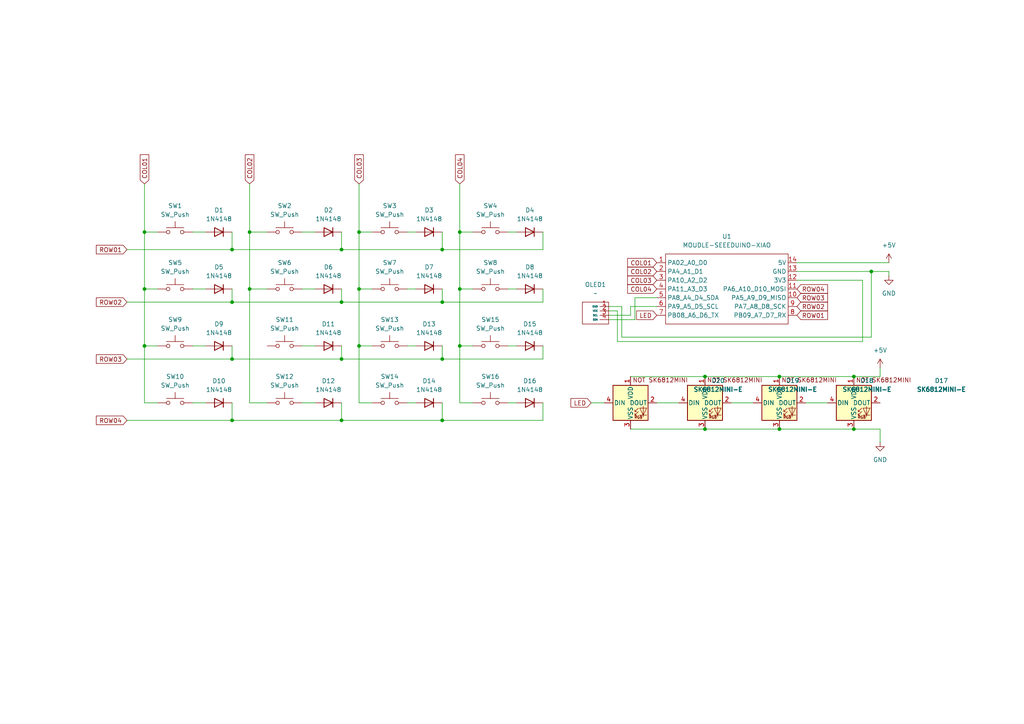
<source format=kicad_sch>
(kicad_sch (version 20250114) (generator "eeschema") (generator_version "9.0")
  (paper "A4")
  (lib_symbols
    (symbol "Diode:1N4148" (pin_numbers (hide yes)) (pin_names (hide yes))
      (property "Reference" "D" (at 0 2.54 0))
      (property "Value" "1N4148" (at 0 -2.54 0))
      (symbol "1N4148_0_1"
        (polyline (pts (xy -1.27 1.27) (xy -1.27 -1.27)) (stroke (width 0.254)))
        (polyline (pts (xy 1.27 1.27) (xy 1.27 -1.27) (xy -1.27 0) (xy 1.27 1.27)) (stroke (width 0.254)))
        (polyline (pts (xy 1.27 0) (xy -1.27 0)))
      )
      (symbol "1N4148_1_1"
        (pin passive line (at -3.81 0 0) (length 2.54) (name "K") (number "1"))
        (pin passive line (at 3.81 0 180) (length 2.54) (name "A") (number "2"))
      )
    )
    (symbol "New_Library:SSD1306-0.91-OLED-4pin-128x32"
      (property "Reference" "OLED" (at 0 0 0))
      (symbol "SSD1306-0.91-OLED-4pin-128x32_0_1"
        (rectangle (start -3.81 -2.54) (end 3.81 -8.89))
      )
      (symbol "SSD1306-0.91-OLED-4pin-128x32_1_1"
        (pin input line (at 3.81 -3.81 180) (length 2.54) (name "GND") (number "1"))
        (pin input line (at 3.81 -5.08 180) (length 2.54) (name "VCC") (number "2"))
        (pin input line (at 3.81 -6.35 180) (length 2.54) (name "SCL") (number "3"))
        (pin input line (at 3.81 -7.62 180) (length 2.54) (name "SDA") (number "4"))
      )
    )
    (symbol "SK6812MINI-E:SK6812MINI-E" (pin_names (offset 0.254))
      (property "Reference" "D" (at -3.556 5.842 0))
      (property "Value" "SK6812MINI-E" (at 1.27 -5.715 0))
      (symbol "SK6812MINI-E_0_0"
        (text "RGB" (at 2.286 -4.191 0) (effects (font (size 0.762 0.762))))
      )
      (symbol "SK6812MINI-E_0_1"
        (rectangle (start -5.08 5.08) (end 5.08 -5.08) (stroke (width 0.254)) (fill (type background)))
        (polyline (pts (xy 1.27 -2.54) (xy 1.778 -2.54)))
        (polyline (pts (xy 1.27 -3.556) (xy 1.778 -3.556)))
        (polyline (pts (xy 2.286 -1.524) (xy 1.27 -2.54) (xy 1.27 -2.032)))
        (polyline (pts (xy 2.286 -2.54) (xy 1.27 -3.556) (xy 1.27 -3.048)))
        (polyline (pts (xy 3.683 -1.016) (xy 3.683 -3.556) (xy 3.683 -4.064)))
        (polyline (pts (xy 4.699 -1.524) (xy 2.667 -1.524) (xy 3.683 -3.556) (xy 4.699 -1.524)))
        (polyline (pts (xy 4.699 -3.556) (xy 2.667 -3.556)))
      )
      (symbol "SK6812MINI-E_1_1"
        (text "NOT SK6812MINI" (at 8.636 6.604 0) (effects (font (size 1.27 1.27))))
        (pin input line (at -7.62 0 0) (length 2.54) (name "DIN") (number "4"))
        (pin power_in line (at 0 7.62 270) (length 2.54) (name "VDD") (number "1"))
        (pin power_in line (at 0 -7.62 90) (length 2.54) (name "VSS") (number "3"))
        (pin output line (at 7.62 0 180) (length 2.54) (name "DOUT") (number "2"))
      )
    )
    (symbol "Switch:SW_Push" (pin_numbers (hide yes)) (pin_names (offset 1.016) (hide yes))
      (property "Reference" "SW" (at 1.27 2.54 0))
      (property "Value" "SW_Push" (at 0 -1.524 0))
      (symbol "SW_Push_0_1"
        (circle (center -2.032 0) (radius 0.508))
        (polyline (pts (xy 0 1.27) (xy 0 3.048)))
        (circle (center 2.032 0) (radius 0.508))
        (polyline (pts (xy 2.54 1.27) (xy -2.54 1.27)))
        (pin passive line (at -5.08 0 0) (length 2.54) (name "1") (number "1"))
        (pin passive line (at 5.08 0 180) (length 2.54) (name "2") (number "2"))
      )
    )
    (symbol "XIAO_RP2040:MOUDLE-SEEEDUINO-XIAO"
      (property "Reference" "U" (at -16.51 11.43 0))
      (property "Value" "MOUDLE-SEEEDUINO-XIAO" (at -3.81 -11.43 0))
      (symbol "MOUDLE-SEEEDUINO-XIAO_0_1"
        (rectangle (start -16.51 10.16) (end 19.05 -10.16))
      )
      (symbol "MOUDLE-SEEEDUINO-XIAO_1_1"
        (pin passive line (at -19.05 7.62 0) (length 2.54) (name "PA02_A0_D0") (number "1"))
        (pin passive line (at -19.05 5.08 0) (length 2.54) (name "PA4_A1_D1") (number "2"))
        (pin passive line (at -19.05 2.54 0) (length 2.54) (name "PA10_A2_D2") (number "3"))
        (pin passive line (at -19.05 0 0) (length 2.54) (name "PA11_A3_D3") (number "4"))
        (pin passive line (at -19.05 -2.54 0) (length 2.54) (name "PA8_A4_D4_SDA") (number "5"))
        (pin passive line (at -19.05 -5.08 0) (length 2.54) (name "PA9_A5_D5_SCL") (number "6"))
        (pin passive line (at -19.05 -7.62 0) (length 2.54) (name "PB08_A6_D6_TX") (number "7"))
        (pin passive line (at 21.59 7.62 180) (length 2.54) (name "5V") (number "14"))
        (pin passive line (at 21.59 5.08 180) (length 2.54) (name "GND") (number "13"))
        (pin passive line (at 21.59 2.54 180) (length 2.54) (name "3V3") (number "12"))
        (pin passive line (at 21.59 0 180) (length 2.54) (name "PA6_A10_D10_MOSI") (number "11"))
        (pin passive line (at 21.59 -2.54 180) (length 2.54) (name "PA5_A9_D9_MISO") (number "10"))
        (pin passive line (at 21.59 -5.08 180) (length 2.54) (name "PA7_A8_D8_SCK") (number "9"))
        (pin passive line (at 21.59 -7.62 180) (length 2.54) (name "PB09_A7_D7_RX") (number "8"))
      )
    )
    (symbol "power:+5V" (power) (pin_numbers (hide yes)) (pin_names (offset 0) (hide yes))
      (property "Value" "+5V" (at 0 3.556 0))
      (symbol "+5V_0_1"
        (polyline (pts (xy -0.762 1.27) (xy 0 2.54)))
        (polyline (pts (xy 0 2.54) (xy 0.762 1.27)))
        (polyline (pts (xy 0 0) (xy 0 2.54)))
      )
      (symbol "+5V_1_1"
        (pin power_in line (at 0 0 90) (length 0) (name "~") (number "1"))
      )
    )
    (symbol "power:GND" (power) (pin_numbers (hide yes)) (pin_names (offset 0) (hide yes))
      (property "Value" "GND" (at 0 -3.81 0))
      (symbol "GND_0_1"
        (polyline (pts (xy 0 0) (xy 0 -1.27) (xy 1.27 -1.27) (xy 0 -2.54) (xy -1.27 -1.27) (xy 0 -1.27)))
      )
      (symbol "GND_1_1"
        (pin power_in line (at 0 0 270) (length 0) (name "~") (number "1"))
      )
    )
  )
  (junction (at 72.39 67.31))
  (junction (at 204.47 109.22))
  (junction (at 133.35 83.82))
  (junction (at 99.06 72.39))
  (junction (at 67.31 104.14))
  (junction (at 41.91 83.82))
  (junction (at 247.65 124.46))
  (junction (at 128.27 72.39))
  (junction (at 67.31 121.92))
  (junction (at 204.47 124.46))
  (junction (at 99.06 87.63))
  (junction (at 226.06 124.46))
  (junction (at 128.27 121.92))
  (junction (at 128.27 104.14))
  (junction (at 99.06 104.14))
  (junction (at 226.06 109.22))
  (junction (at 99.06 121.92))
  (junction (at 104.14 67.31))
  (junction (at 133.35 100.33))
  (junction (at 104.14 83.82))
  (junction (at 252.73 78.74))
  (junction (at 247.65 109.22))
  (junction (at 104.14 100.33))
  (junction (at 128.27 87.63))
  (junction (at 67.31 72.39))
  (junction (at 133.35 67.31))
  (junction (at 67.31 87.63))
  (junction (at 41.91 100.33))
  (junction (at 41.91 67.31))
  (junction (at 72.39 83.82))
  (wire (pts (xy 133.35 67.31) (xy 137.16 67.31)))
  (wire (pts (xy 87.63 83.82) (xy 91.44 83.82)))
  (wire (pts (xy 41.91 67.31) (xy 45.72 67.31)))
  (wire (pts (xy 184.15 86.36) (xy 190.5 86.36)))
  (wire (pts (xy 190.5 116.84) (xy 196.85 116.84)))
  (wire (pts (xy 252.73 78.74) (xy 257.81 78.74)))
  (wire (pts (xy 147.32 100.33) (xy 149.86 100.33)))
  (wire (pts (xy 118.11 67.31) (xy 120.65 67.31)))
  (wire (pts (xy 87.63 116.84) (xy 91.44 116.84)))
  (wire (pts (xy 128.27 67.31) (xy 128.27 72.39)))
  (wire (pts (xy 204.47 109.22) (xy 226.06 109.22)))
  (wire (pts (xy 231.14 76.2) (xy 257.81 76.2)))
  (wire (pts (xy 41.91 67.31) (xy 41.91 83.82)))
  (wire (pts (xy 147.32 67.31) (xy 149.86 67.31)))
  (wire (pts (xy 99.06 72.39) (xy 128.27 72.39)))
  (wire (pts (xy 247.65 109.22) (xy 255.27 109.22)))
  (wire (pts (xy 41.91 53.34) (xy 41.91 67.31)))
  (wire (pts (xy 250.19 99.06) (xy 179.07 99.06)))
  (wire (pts (xy 104.14 67.31) (xy 104.14 83.82)))
  (wire (pts (xy 118.11 83.82) (xy 120.65 83.82)))
  (wire (pts (xy 67.31 116.84) (xy 67.31 121.92)))
  (wire (pts (xy 182.88 124.46) (xy 204.47 124.46)))
  (wire (pts (xy 176.53 88.9) (xy 180.34 88.9)))
  (wire (pts (xy 233.68 116.84) (xy 240.03 116.84)))
  (wire (pts (xy 231.14 81.28) (xy 250.19 81.28)))
  (wire (pts (xy 118.11 116.84) (xy 120.65 116.84)))
  (wire (pts (xy 182.88 109.22) (xy 204.47 109.22)))
  (wire (pts (xy 171.45 116.84) (xy 175.26 116.84)))
  (wire (pts (xy 104.14 100.33) (xy 104.14 116.84)))
  (wire (pts (xy 128.27 121.92) (xy 157.48 121.92)))
  (wire (pts (xy 157.48 104.14) (xy 157.48 100.33)))
  (wire (pts (xy 157.48 87.63) (xy 157.48 83.82)))
  (wire (pts (xy 99.06 121.92) (xy 128.27 121.92)))
  (wire (pts (xy 104.14 116.84) (xy 107.95 116.84)))
  (wire (pts (xy 67.31 83.82) (xy 67.31 87.63)))
  (wire (pts (xy 176.53 92.71) (xy 184.15 92.71)))
  (wire (pts (xy 41.91 83.82) (xy 41.91 100.33)))
  (wire (pts (xy 180.34 88.9) (xy 180.34 97.79)))
  (wire (pts (xy 55.88 67.31) (xy 59.69 67.31)))
  (wire (pts (xy 182.88 91.44) (xy 182.88 88.9)))
  (wire (pts (xy 87.63 67.31) (xy 91.44 67.31)))
  (wire (pts (xy 226.06 124.46) (xy 247.65 124.46)))
  (wire (pts (xy 157.48 72.39) (xy 157.48 67.31)))
  (wire (pts (xy 55.88 83.82) (xy 59.69 83.82)))
  (wire (pts (xy 247.65 124.46) (xy 255.27 124.46)))
  (wire (pts (xy 67.31 104.14) (xy 99.06 104.14)))
  (wire (pts (xy 41.91 116.84) (xy 45.72 116.84)))
  (wire (pts (xy 104.14 83.82) (xy 104.14 100.33)))
  (wire (pts (xy 128.27 83.82) (xy 128.27 87.63)))
  (wire (pts (xy 133.35 67.31) (xy 133.35 83.82)))
  (wire (pts (xy 128.27 116.84) (xy 128.27 121.92)))
  (wire (pts (xy 147.32 116.84) (xy 149.86 116.84)))
  (wire (pts (xy 99.06 83.82) (xy 99.06 87.63)))
  (wire (pts (xy 36.83 104.14) (xy 67.31 104.14)))
  (wire (pts (xy 67.31 100.33) (xy 67.31 104.14)))
  (wire (pts (xy 87.63 100.33) (xy 91.44 100.33)))
  (wire (pts (xy 204.47 124.46) (xy 226.06 124.46)))
  (wire (pts (xy 176.53 91.44) (xy 182.88 91.44)))
  (wire (pts (xy 99.06 116.84) (xy 99.06 121.92)))
  (wire (pts (xy 128.27 100.33) (xy 128.27 104.14)))
  (wire (pts (xy 179.07 99.06) (xy 179.07 90.17)))
  (wire (pts (xy 118.11 100.33) (xy 120.65 100.33)))
  (wire (pts (xy 184.15 92.71) (xy 184.15 86.36)))
  (wire (pts (xy 99.06 87.63) (xy 128.27 87.63)))
  (wire (pts (xy 147.32 83.82) (xy 149.86 83.82)))
  (wire (pts (xy 255.27 106.68) (xy 255.27 109.22)))
  (wire (pts (xy 67.31 121.92) (xy 99.06 121.92)))
  (wire (pts (xy 255.27 124.46) (xy 255.27 128.27)))
  (wire (pts (xy 182.88 88.9) (xy 190.5 88.9)))
  (wire (pts (xy 133.35 100.33) (xy 133.35 116.84)))
  (wire (pts (xy 67.31 67.31) (xy 67.31 72.39)))
  (wire (pts (xy 133.35 100.33) (xy 137.16 100.33)))
  (wire (pts (xy 72.39 83.82) (xy 72.39 116.84)))
  (wire (pts (xy 212.09 116.84) (xy 218.44 116.84)))
  (wire (pts (xy 55.88 116.84) (xy 59.69 116.84)))
  (wire (pts (xy 133.35 116.84) (xy 137.16 116.84)))
  (wire (pts (xy 157.48 121.92) (xy 157.48 116.84)))
  (wire (pts (xy 180.34 97.79) (xy 252.73 97.79)))
  (wire (pts (xy 179.07 90.17) (xy 176.53 90.17)))
  (wire (pts (xy 36.83 72.39) (xy 67.31 72.39)))
  (wire (pts (xy 72.39 67.31) (xy 77.47 67.31)))
  (wire (pts (xy 257.81 78.74) (xy 257.81 80.01)))
  (wire (pts (xy 72.39 116.84) (xy 77.47 116.84)))
  (wire (pts (xy 250.19 81.28) (xy 250.19 99.06)))
  (wire (pts (xy 72.39 83.82) (xy 77.47 83.82)))
  (wire (pts (xy 104.14 100.33) (xy 107.95 100.33)))
  (wire (pts (xy 133.35 83.82) (xy 137.16 83.82)))
  (wire (pts (xy 104.14 53.34) (xy 104.14 67.31)))
  (wire (pts (xy 67.31 72.39) (xy 99.06 72.39)))
  (wire (pts (xy 99.06 67.31) (xy 99.06 72.39)))
  (wire (pts (xy 72.39 67.31) (xy 72.39 83.82)))
  (wire (pts (xy 252.73 78.74) (xy 252.73 97.79)))
  (wire (pts (xy 231.14 78.74) (xy 252.73 78.74)))
  (wire (pts (xy 226.06 109.22) (xy 247.65 109.22)))
  (wire (pts (xy 67.31 87.63) (xy 99.06 87.63)))
  (wire (pts (xy 36.83 87.63) (xy 67.31 87.63)))
  (wire (pts (xy 128.27 72.39) (xy 157.48 72.39)))
  (wire (pts (xy 104.14 83.82) (xy 107.95 83.82)))
  (wire (pts (xy 55.88 100.33) (xy 59.69 100.33)))
  (wire (pts (xy 133.35 53.34) (xy 133.35 67.31)))
  (wire (pts (xy 128.27 104.14) (xy 157.48 104.14)))
  (wire (pts (xy 41.91 100.33) (xy 41.91 116.84)))
  (wire (pts (xy 99.06 100.33) (xy 99.06 104.14)))
  (wire (pts (xy 128.27 87.63) (xy 157.48 87.63)))
  (wire (pts (xy 41.91 100.33) (xy 45.72 100.33)))
  (wire (pts (xy 99.06 104.14) (xy 128.27 104.14)))
  (wire (pts (xy 36.83 121.92) (xy 67.31 121.92)))
  (wire (pts (xy 104.14 67.31) (xy 107.95 67.31)))
  (wire (pts (xy 41.91 83.82) (xy 45.72 83.82)))
  (wire (pts (xy 72.39 53.34) (xy 72.39 67.31)))
  (wire (pts (xy 133.35 83.82) (xy 133.35 100.33)))
  (global_label "COL03" (shape input) (at 190.5 81.28 180) (property "Intersheetrefs" "${INTERSHEET_REFS}" (effects (hide yes))))
  (global_label "COL03" (shape input) (at 104.14 53.34 90) (property "Intersheetrefs" "${INTERSHEET_REFS}" (effects (hide yes))))
  (global_label "ROW04" (shape input) (at 231.14 83.82 0) (property "Intersheetrefs" "${INTERSHEET_REFS}" (effects (hide yes))))
  (global_label "ROW02" (shape input) (at 231.14 88.9 0) (property "Intersheetrefs" "${INTERSHEET_REFS}" (effects (hide yes))))
  (global_label "COL02" (shape input) (at 190.5 78.74 180) (property "Intersheetrefs" "${INTERSHEET_REFS}" (effects (hide yes))))
  (global_label "ROW01" (shape input) (at 231.14 91.44 0) (property "Intersheetrefs" "${INTERSHEET_REFS}" (effects (hide yes))))
  (global_label "COL01" (shape input) (at 41.91 53.34 90) (property "Intersheetrefs" "${INTERSHEET_REFS}" (effects (hide yes))))
  (global_label "ROW03" (shape input) (at 231.14 86.36 0) (property "Intersheetrefs" "${INTERSHEET_REFS}" (effects (hide yes))))
  (global_label "COL02" (shape input) (at 72.39 53.34 90) (property "Intersheetrefs" "${INTERSHEET_REFS}" (effects (hide yes))))
  (global_label "COL04" (shape input) (at 190.5 83.82 180) (property "Intersheetrefs" "${INTERSHEET_REFS}" (effects (hide yes))))
  (global_label "COL01" (shape input) (at 190.5 76.2 180) (property "Intersheetrefs" "${INTERSHEET_REFS}" (effects (hide yes))))
  (global_label "LED" (shape input) (at 190.5 91.44 180) (property "Intersheetrefs" "${INTERSHEET_REFS}" (effects (hide yes))))
  (global_label "ROW04" (shape input) (at 36.83 121.92 180) (property "Intersheetrefs" "${INTERSHEET_REFS}" (effects (hide yes))))
  (global_label "ROW01" (shape input) (at 36.83 72.39 180) (property "Intersheetrefs" "${INTERSHEET_REFS}" (effects (hide yes))))
  (global_label "ROW02" (shape input) (at 36.83 87.63 180) (property "Intersheetrefs" "${INTERSHEET_REFS}" (effects (hide yes))))
  (global_label "LED" (shape input) (at 171.45 116.84 180) (property "Intersheetrefs" "${INTERSHEET_REFS}" (effects (hide yes))))
  (global_label "ROW03" (shape input) (at 36.83 104.14 180) (property "Intersheetrefs" "${INTERSHEET_REFS}" (effects (hide yes))))
  (global_label "COL04" (shape input) (at 133.35 53.34 90) (property "Intersheetrefs" "${INTERSHEET_REFS}" (effects (hide yes))))
  (symbol (lib_id "power:GND") (at 257.81 80.01 0) (unit 1)
    (property "Reference" "#PWR01" (effects (hide yes)))
    (property "Value" "GND" (at 257.81 85.09 0))
    (property "Description" "Power symbol creates a global label with name \"GND\" , ground" (effects (hide yes)))
  )
  (symbol (lib_id "Switch:SW_Push") (at 142.24 100.33 0) (unit 1)
    (property "Reference" "SW15" (at 142.24 92.71 0))
    (property "Value" "SW_Push" (at 142.24 95.25 0))
    (property "Footprint" "Button_Switch_Keyboard:SW_Cherry_MX_1.00u_PCB" (effects (hide yes)))
    (property "Description" "Push button switch, generic, two pins" (effects (hide yes)))
  )
  (symbol (lib_id "Diode:1N4148") (at 153.67 116.84 180) (unit 1)
    (property "Reference" "D16" (at 153.67 110.49 0))
    (property "Value" "1N4148" (at 153.67 113.03 0))
    (property "Footprint" "Diode_THT:D_DO-35_SOD27_P7.62mm_Horizontal" (effects (hide yes)))
    (property "Datasheet" "https://assets.nexperia.com/documents/data-sheet/1N4148_1N4448.pdf" (effects (hide yes)))
    (property "Description" "100V 0.15A standard switching diode, DO-35" (effects (hide yes)))
    (property "Sim.Device" "D" (effects (hide yes)))
    (property "Sim.Pins" "1=K 2=A" (effects (hide yes)))
  )
  (symbol (lib_id "Switch:SW_Push") (at 50.8 100.33 0) (unit 1)
    (property "Reference" "SW9" (at 50.8 92.71 0))
    (property "Value" "SW_Push" (at 50.8 95.25 0))
    (property "Footprint" "Button_Switch_Keyboard:SW_Cherry_MX_1.00u_PCB" (effects (hide yes)))
    (property "Description" "Push button switch, generic, two pins" (effects (hide yes)))
  )
  (symbol (lib_id "Switch:SW_Push") (at 50.8 116.84 0) (unit 1)
    (property "Reference" "SW10" (at 50.8 109.22 0))
    (property "Value" "SW_Push" (at 50.8 111.76 0))
    (property "Footprint" "Button_Switch_Keyboard:SW_Cherry_MX_1.00u_PCB" (effects (hide yes)))
    (property "Description" "Push button switch, generic, two pins" (effects (hide yes)))
  )
  (symbol (lib_id "SK6812MINI-E:SK6812MINI-E") (at 247.65 116.84 0) (unit 1)
    (property "Reference" "D17" (at 273.05 110.4198 0))
    (property "Value" "SK6812MINI-E" (at 273.05 112.9599 0) (effects (font (thickness 0.254) (bold yes))))
    (property "Footprint" "KiCAD Care Package:SK6812MINI-E_fixed" (effects (hide yes)))
    (property "Datasheet" "https://cdn-shop.adafruit.com/product-files/4960/4960_SK6812MINI-E_REV02_EN.pdf" (effects (hide yes)))
    (property "Description" "RGB LED with integrated controller" (effects (hide yes)))
  )
  (symbol (lib_id "Diode:1N4148") (at 153.67 83.82 180) (unit 1)
    (property "Reference" "D8" (at 153.67 77.47 0))
    (property "Value" "1N4148" (at 153.67 80.01 0))
    (property "Footprint" "Diode_THT:D_DO-35_SOD27_P7.62mm_Horizontal" (effects (hide yes)))
    (property "Datasheet" "https://assets.nexperia.com/documents/data-sheet/1N4148_1N4448.pdf" (effects (hide yes)))
    (property "Description" "100V 0.15A standard switching diode, DO-35" (effects (hide yes)))
    (property "Sim.Device" "D" (effects (hide yes)))
    (property "Sim.Pins" "1=K 2=A" (effects (hide yes)))
  )
  (symbol (lib_id "Switch:SW_Push") (at 82.55 116.84 0) (unit 1)
    (property "Reference" "SW12" (at 82.55 109.22 0))
    (property "Value" "SW_Push" (at 82.55 111.76 0))
    (property "Footprint" "Button_Switch_Keyboard:SW_Cherry_MX_1.00u_PCB" (effects (hide yes)))
    (property "Description" "Push button switch, generic, two pins" (effects (hide yes)))
  )
  (symbol (lib_id "SK6812MINI-E:SK6812MINI-E") (at 204.47 116.84 0) (unit 1)
    (property "Reference" "D19" (at 229.87 110.4198 0))
    (property "Value" "SK6812MINI-E" (at 229.87 112.9599 0) (effects (font (thickness 0.254) (bold yes))))
    (property "Footprint" "KiCAD Care Package:SK6812MINI-E_fixed" (effects (hide yes)))
    (property "Datasheet" "https://cdn-shop.adafruit.com/product-files/4960/4960_SK6812MINI-E_REV02_EN.pdf" (effects (hide yes)))
    (property "Description" "RGB LED with integrated controller" (effects (hide yes)))
  )
  (symbol (lib_id "Switch:SW_Push") (at 82.55 100.33 0) (unit 1)
    (property "Reference" "SW11" (at 82.55 92.71 0))
    (property "Value" "SW_Push" (at 82.55 95.25 0))
    (property "Footprint" "Button_Switch_Keyboard:SW_Cherry_MX_1.00u_PCB" (effects (hide yes)))
    (property "Description" "Push button switch, generic, two pins" (effects (hide yes)))
  )
  (symbol (lib_id "New_Library:SSD1306-0.91-OLED-4pin-128x32") (at 172.72 85.09 0) (unit 1)
    (property "Reference" "OLED1" (at 172.72 82.55 0))
    (property "Value" "~" (at 172.72 85.09 0))
    (property "Footprint" "SSD1306-0.91-OLED-4pin-128x32:SSD1306-0.91-OLED-4pin-128x32" (effects (hide yes)))
  )
  (symbol (lib_id "Switch:SW_Push") (at 142.24 116.84 0) (unit 1)
    (property "Reference" "SW16" (at 142.24 109.22 0))
    (property "Value" "SW_Push" (at 142.24 111.76 0))
    (property "Footprint" "Button_Switch_Keyboard:SW_Cherry_MX_1.00u_PCB" (effects (hide yes)))
    (property "Description" "Push button switch, generic, two pins" (effects (hide yes)))
  )
  (symbol (lib_id "Diode:1N4148") (at 124.46 100.33 180) (unit 1)
    (property "Reference" "D13" (at 124.46 93.98 0))
    (property "Value" "1N4148" (at 124.46 96.52 0))
    (property "Footprint" "Diode_THT:D_DO-35_SOD27_P7.62mm_Horizontal" (effects (hide yes)))
    (property "Datasheet" "https://assets.nexperia.com/documents/data-sheet/1N4148_1N4448.pdf" (effects (hide yes)))
    (property "Description" "100V 0.15A standard switching diode, DO-35" (effects (hide yes)))
    (property "Sim.Device" "D" (effects (hide yes)))
    (property "Sim.Pins" "1=K 2=A" (effects (hide yes)))
  )
  (symbol (lib_id "power:GND") (at 255.27 128.27 0) (unit 1)
    (property "Reference" "#PWR03" (effects (hide yes)))
    (property "Value" "GND" (at 255.27 133.35 0))
    (property "Description" "Power symbol creates a global label with name \"GND\" , ground" (effects (hide yes)))
  )
  (symbol (lib_id "power:+5V") (at 257.81 76.2 0) (unit 1)
    (property "Reference" "#PWR02" (effects (hide yes)))
    (property "Value" "+5V" (at 257.81 71.12 0))
    (property "Description" "Power symbol creates a global label with name \"+5V\"" (effects (hide yes)))
  )
  (symbol (lib_id "Switch:SW_Push") (at 50.8 83.82 0) (unit 1)
    (property "Reference" "SW5" (at 50.8 76.2 0))
    (property "Value" "SW_Push" (at 50.8 78.74 0))
    (property "Footprint" "Button_Switch_Keyboard:SW_Cherry_MX_1.00u_PCB" (effects (hide yes)))
    (property "Description" "Push button switch, generic, two pins" (effects (hide yes)))
  )
  (symbol (lib_id "Switch:SW_Push") (at 113.03 83.82 0) (unit 1)
    (property "Reference" "SW7" (at 113.03 76.2 0))
    (property "Value" "SW_Push" (at 113.03 78.74 0))
    (property "Footprint" "Button_Switch_Keyboard:SW_Cherry_MX_1.00u_PCB" (effects (hide yes)))
    (property "Description" "Push button switch, generic, two pins" (effects (hide yes)))
  )
  (symbol (lib_id "Diode:1N4148") (at 63.5 67.31 180) (unit 1)
    (property "Reference" "D1" (at 63.5 60.96 0))
    (property "Value" "1N4148" (at 63.5 63.5 0))
    (property "Footprint" "Diode_THT:D_DO-35_SOD27_P7.62mm_Horizontal" (effects (hide yes)))
    (property "Datasheet" "https://assets.nexperia.com/documents/data-sheet/1N4148_1N4448.pdf" (effects (hide yes)))
    (property "Description" "100V 0.15A standard switching diode, DO-35" (effects (hide yes)))
    (property "Sim.Device" "D" (effects (hide yes)))
    (property "Sim.Pins" "1=K 2=A" (effects (hide yes)))
  )
  (symbol (lib_id "Switch:SW_Push") (at 50.8 67.31 0) (unit 1)
    (property "Reference" "SW1" (at 50.8 59.69 0))
    (property "Value" "SW_Push" (at 50.8 62.23 0))
    (property "Footprint" "Button_Switch_Keyboard:SW_Cherry_MX_1.00u_PCB" (effects (hide yes)))
    (property "Description" "Push button switch, generic, two pins" (effects (hide yes)))
  )
  (symbol (lib_id "Switch:SW_Push") (at 82.55 67.31 0) (unit 1)
    (property "Reference" "SW2" (at 82.55 59.69 0))
    (property "Value" "SW_Push" (at 82.55 62.23 0))
    (property "Footprint" "Button_Switch_Keyboard:SW_Cherry_MX_1.00u_PCB" (effects (hide yes)))
    (property "Description" "Push button switch, generic, two pins" (effects (hide yes)))
  )
  (symbol (lib_id "Diode:1N4148") (at 95.25 100.33 180) (unit 1)
    (property "Reference" "D11" (at 95.25 93.98 0))
    (property "Value" "1N4148" (at 95.25 96.52 0))
    (property "Footprint" "Diode_THT:D_DO-35_SOD27_P7.62mm_Horizontal" (effects (hide yes)))
    (property "Datasheet" "https://assets.nexperia.com/documents/data-sheet/1N4148_1N4448.pdf" (effects (hide yes)))
    (property "Description" "100V 0.15A standard switching diode, DO-35" (effects (hide yes)))
    (property "Sim.Device" "D" (effects (hide yes)))
    (property "Sim.Pins" "1=K 2=A" (effects (hide yes)))
  )
  (symbol (lib_id "Switch:SW_Push") (at 82.55 83.82 0) (unit 1)
    (property "Reference" "SW6" (at 82.55 76.2 0))
    (property "Value" "SW_Push" (at 82.55 78.74 0))
    (property "Footprint" "Button_Switch_Keyboard:SW_Cherry_MX_1.00u_PCB" (effects (hide yes)))
    (property "Description" "Push button switch, generic, two pins" (effects (hide yes)))
  )
  (symbol (lib_id "Diode:1N4148") (at 124.46 116.84 180) (unit 1)
    (property "Reference" "D14" (at 124.46 110.49 0))
    (property "Value" "1N4148" (at 124.46 113.03 0))
    (property "Footprint" "Diode_THT:D_DO-35_SOD27_P7.62mm_Horizontal" (effects (hide yes)))
    (property "Datasheet" "https://assets.nexperia.com/documents/data-sheet/1N4148_1N4448.pdf" (effects (hide yes)))
    (property "Description" "100V 0.15A standard switching diode, DO-35" (effects (hide yes)))
    (property "Sim.Device" "D" (effects (hide yes)))
    (property "Sim.Pins" "1=K 2=A" (effects (hide yes)))
  )
  (symbol (lib_id "Diode:1N4148") (at 153.67 100.33 180) (unit 1)
    (property "Reference" "D15" (at 153.67 93.98 0))
    (property "Value" "1N4148" (at 153.67 96.52 0))
    (property "Footprint" "Diode_THT:D_DO-35_SOD27_P7.62mm_Horizontal" (effects (hide yes)))
    (property "Datasheet" "https://assets.nexperia.com/documents/data-sheet/1N4148_1N4448.pdf" (effects (hide yes)))
    (property "Description" "100V 0.15A standard switching diode, DO-35" (effects (hide yes)))
    (property "Sim.Device" "D" (effects (hide yes)))
    (property "Sim.Pins" "1=K 2=A" (effects (hide yes)))
  )
  (symbol (lib_id "Switch:SW_Push") (at 113.03 116.84 0) (unit 1)
    (property "Reference" "SW14" (at 113.03 109.22 0))
    (property "Value" "SW_Push" (at 113.03 111.76 0))
    (property "Footprint" "Button_Switch_Keyboard:SW_Cherry_MX_1.00u_PCB" (effects (hide yes)))
    (property "Description" "Push button switch, generic, two pins" (effects (hide yes)))
  )
  (symbol (lib_id "Switch:SW_Push") (at 113.03 67.31 0) (unit 1)
    (property "Reference" "SW3" (at 113.03 59.69 0))
    (property "Value" "SW_Push" (at 113.03 62.23 0))
    (property "Footprint" "Button_Switch_Keyboard:SW_Cherry_MX_1.00u_PCB" (effects (hide yes)))
    (property "Description" "Push button switch, generic, two pins" (effects (hide yes)))
  )
  (symbol (lib_id "Switch:SW_Push") (at 113.03 100.33 0) (unit 1)
    (property "Reference" "SW13" (at 113.03 92.71 0))
    (property "Value" "SW_Push" (at 113.03 95.25 0))
    (property "Footprint" "Button_Switch_Keyboard:SW_Cherry_MX_1.00u_PCB" (effects (hide yes)))
    (property "Description" "Push button switch, generic, two pins" (effects (hide yes)))
  )
  (symbol (lib_id "SK6812MINI-E:SK6812MINI-E") (at 226.06 116.84 0) (unit 1)
    (property "Reference" "D18" (at 251.46 110.4198 0))
    (property "Value" "SK6812MINI-E" (at 251.46 112.9599 0) (effects (font (thickness 0.254) (bold yes))))
    (property "Footprint" "KiCAD Care Package:SK6812MINI-E_fixed" (effects (hide yes)))
    (property "Datasheet" "https://cdn-shop.adafruit.com/product-files/4960/4960_SK6812MINI-E_REV02_EN.pdf" (effects (hide yes)))
    (property "Description" "RGB LED with integrated controller" (effects (hide yes)))
  )
  (symbol (lib_id "power:+5V") (at 255.27 106.68 0) (unit 1)
    (property "Reference" "#PWR04" (effects (hide yes)))
    (property "Value" "+5V" (at 255.27 101.6 0))
    (property "Description" "Power symbol creates a global label with name \"+5V\"" (effects (hide yes)))
  )
  (symbol (lib_id "Diode:1N4148") (at 63.5 100.33 180) (unit 1)
    (property "Reference" "D9" (at 63.5 93.98 0))
    (property "Value" "1N4148" (at 63.5 96.52 0))
    (property "Footprint" "Diode_THT:D_DO-35_SOD27_P7.62mm_Horizontal" (effects (hide yes)))
    (property "Datasheet" "https://assets.nexperia.com/documents/data-sheet/1N4148_1N4448.pdf" (effects (hide yes)))
    (property "Description" "100V 0.15A standard switching diode, DO-35" (effects (hide yes)))
    (property "Sim.Device" "D" (effects (hide yes)))
    (property "Sim.Pins" "1=K 2=A" (effects (hide yes)))
  )
  (symbol (lib_id "SK6812MINI-E:SK6812MINI-E") (at 182.88 116.84 0) (unit 1)
    (property "Reference" "D20" (at 208.28 110.4198 0))
    (property "Value" "SK6812MINI-E" (at 208.28 112.9599 0) (effects (font (thickness 0.254) (bold yes))))
    (property "Footprint" "KiCAD Care Package:SK6812MINI-E_fixed" (effects (hide yes)))
    (property "Datasheet" "https://cdn-shop.adafruit.com/product-files/4960/4960_SK6812MINI-E_REV02_EN.pdf" (effects (hide yes)))
    (property "Description" "RGB LED with integrated controller" (effects (hide yes)))
  )
  (symbol (lib_id "Diode:1N4148") (at 63.5 83.82 180) (unit 1)
    (property "Reference" "D5" (at 63.5 77.47 0))
    (property "Value" "1N4148" (at 63.5 80.01 0))
    (property "Footprint" "Diode_THT:D_DO-35_SOD27_P7.62mm_Horizontal" (effects (hide yes)))
    (property "Datasheet" "https://assets.nexperia.com/documents/data-sheet/1N4148_1N4448.pdf" (effects (hide yes)))
    (property "Description" "100V 0.15A standard switching diode, DO-35" (effects (hide yes)))
    (property "Sim.Device" "D" (effects (hide yes)))
    (property "Sim.Pins" "1=K 2=A" (effects (hide yes)))
  )
  (symbol (lib_id "Diode:1N4148") (at 95.25 116.84 180) (unit 1)
    (property "Reference" "D12" (at 95.25 110.49 0))
    (property "Value" "1N4148" (at 95.25 113.03 0))
    (property "Footprint" "Diode_THT:D_DO-35_SOD27_P7.62mm_Horizontal" (effects (hide yes)))
    (property "Datasheet" "https://assets.nexperia.com/documents/data-sheet/1N4148_1N4448.pdf" (effects (hide yes)))
    (property "Description" "100V 0.15A standard switching diode, DO-35" (effects (hide yes)))
    (property "Sim.Device" "D" (effects (hide yes)))
    (property "Sim.Pins" "1=K 2=A" (effects (hide yes)))
  )
  (symbol (lib_id "Diode:1N4148") (at 124.46 67.31 180) (unit 1)
    (property "Reference" "D3" (at 124.46 60.96 0))
    (property "Value" "1N4148" (at 124.46 63.5 0))
    (property "Footprint" "Diode_THT:D_DO-35_SOD27_P7.62mm_Horizontal" (effects (hide yes)))
    (property "Datasheet" "https://assets.nexperia.com/documents/data-sheet/1N4148_1N4448.pdf" (effects (hide yes)))
    (property "Description" "100V 0.15A standard switching diode, DO-35" (effects (hide yes)))
    (property "Sim.Device" "D" (effects (hide yes)))
    (property "Sim.Pins" "1=K 2=A" (effects (hide yes)))
  )
  (symbol (lib_id "Diode:1N4148") (at 124.46 83.82 180) (unit 1)
    (property "Reference" "D7" (at 124.46 77.47 0))
    (property "Value" "1N4148" (at 124.46 80.01 0))
    (property "Footprint" "Diode_THT:D_DO-35_SOD27_P7.62mm_Horizontal" (effects (hide yes)))
    (property "Datasheet" "https://assets.nexperia.com/documents/data-sheet/1N4148_1N4448.pdf" (effects (hide yes)))
    (property "Description" "100V 0.15A standard switching diode, DO-35" (effects (hide yes)))
    (property "Sim.Device" "D" (effects (hide yes)))
    (property "Sim.Pins" "1=K 2=A" (effects (hide yes)))
  )
  (symbol (lib_id "Diode:1N4148") (at 95.25 67.31 180) (unit 1)
    (property "Reference" "D2" (at 95.25 60.96 0))
    (property "Value" "1N4148" (at 95.25 63.5 0))
    (property "Footprint" "Diode_THT:D_DO-35_SOD27_P7.62mm_Horizontal" (effects (hide yes)))
    (property "Datasheet" "https://assets.nexperia.com/documents/data-sheet/1N4148_1N4448.pdf" (effects (hide yes)))
    (property "Description" "100V 0.15A standard switching diode, DO-35" (effects (hide yes)))
    (property "Sim.Device" "D" (effects (hide yes)))
    (property "Sim.Pins" "1=K 2=A" (effects (hide yes)))
  )
  (symbol (lib_id "XIAO_RP2040:MOUDLE-SEEEDUINO-XIAO") (at 209.55 83.82 0) (unit 1)
    (property "Reference" "U1" (at 210.82 68.58 0))
    (property "Value" "MOUDLE-SEEEDUINO-XIAO" (at 210.82 71.12 0))
    (property "Footprint" "KiCAD Care Package:XIAO-Generic-Hybrid-14P-2.54-21X17.8MM" (effects (hide yes)))
  )
  (symbol (lib_id "Diode:1N4148") (at 63.5 116.84 180) (unit 1)
    (property "Reference" "D10" (at 63.5 110.49 0))
    (property "Value" "1N4148" (at 63.5 113.03 0))
    (property "Footprint" "Diode_THT:D_DO-35_SOD27_P7.62mm_Horizontal" (effects (hide yes)))
    (property "Datasheet" "https://assets.nexperia.com/documents/data-sheet/1N4148_1N4448.pdf" (effects (hide yes)))
    (property "Description" "100V 0.15A standard switching diode, DO-35" (effects (hide yes)))
    (property "Sim.Device" "D" (effects (hide yes)))
    (property "Sim.Pins" "1=K 2=A" (effects (hide yes)))
  )
  (symbol (lib_id "Diode:1N4148") (at 95.25 83.82 180) (unit 1)
    (property "Reference" "D6" (at 95.25 77.47 0))
    (property "Value" "1N4148" (at 95.25 80.01 0))
    (property "Footprint" "Diode_THT:D_DO-35_SOD27_P7.62mm_Horizontal" (effects (hide yes)))
    (property "Datasheet" "https://assets.nexperia.com/documents/data-sheet/1N4148_1N4448.pdf" (effects (hide yes)))
    (property "Description" "100V 0.15A standard switching diode, DO-35" (effects (hide yes)))
    (property "Sim.Device" "D" (effects (hide yes)))
    (property "Sim.Pins" "1=K 2=A" (effects (hide yes)))
  )
  (symbol (lib_id "Switch:SW_Push") (at 142.24 83.82 0) (unit 1)
    (property "Reference" "SW8" (at 142.24 76.2 0))
    (property "Value" "SW_Push" (at 142.24 78.74 0))
    (property "Footprint" "Button_Switch_Keyboard:SW_Cherry_MX_1.00u_PCB" (effects (hide yes)))
    (property "Description" "Push button switch, generic, two pins" (effects (hide yes)))
  )
  (symbol (lib_id "Switch:SW_Push") (at 142.24 67.31 0) (unit 1)
    (property "Reference" "SW4" (at 142.24 59.69 0))
    (property "Value" "SW_Push" (at 142.24 62.23 0))
    (property "Footprint" "Button_Switch_Keyboard:SW_Cherry_MX_1.00u_PCB" (effects (hide yes)))
    (property "Description" "Push button switch, generic, two pins" (effects (hide yes)))
  )
  (symbol (lib_id "Diode:1N4148") (at 153.67 67.31 180) (unit 1)
    (property "Reference" "D4" (at 153.67 60.96 0))
    (property "Value" "1N4148" (at 153.67 63.5 0))
    (property "Footprint" "Diode_THT:D_DO-35_SOD27_P7.62mm_Horizontal" (effects (hide yes)))
    (property "Datasheet" "https://assets.nexperia.com/documents/data-sheet/1N4148_1N4448.pdf" (effects (hide yes)))
    (property "Description" "100V 0.15A standard switching diode, DO-35" (effects (hide yes)))
    (property "Sim.Device" "D" (effects (hide yes)))
    (property "Sim.Pins" "1=K 2=A" (effects (hide yes)))
  )
)
</source>
